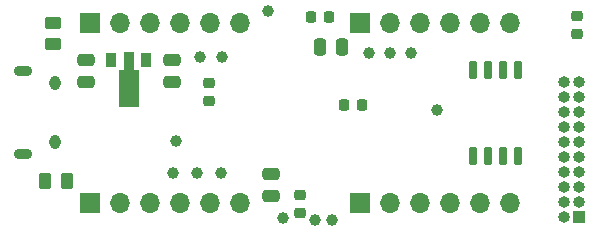
<source format=gbr>
%TF.GenerationSoftware,KiCad,Pcbnew,(7.0.0)*%
%TF.CreationDate,2023-04-02T12:15:28-04:00*%
%TF.ProjectId,H503,48353033-2e6b-4696-9361-645f70636258,rev?*%
%TF.SameCoordinates,Original*%
%TF.FileFunction,Soldermask,Bot*%
%TF.FilePolarity,Negative*%
%FSLAX46Y46*%
G04 Gerber Fmt 4.6, Leading zero omitted, Abs format (unit mm)*
G04 Created by KiCad (PCBNEW (7.0.0)) date 2023-04-02 12:15:28*
%MOMM*%
%LPD*%
G01*
G04 APERTURE LIST*
G04 Aperture macros list*
%AMRoundRect*
0 Rectangle with rounded corners*
0 $1 Rounding radius*
0 $2 $3 $4 $5 $6 $7 $8 $9 X,Y pos of 4 corners*
0 Add a 4 corners polygon primitive as box body*
4,1,4,$2,$3,$4,$5,$6,$7,$8,$9,$2,$3,0*
0 Add four circle primitives for the rounded corners*
1,1,$1+$1,$2,$3*
1,1,$1+$1,$4,$5*
1,1,$1+$1,$6,$7*
1,1,$1+$1,$8,$9*
0 Add four rect primitives between the rounded corners*
20,1,$1+$1,$2,$3,$4,$5,0*
20,1,$1+$1,$4,$5,$6,$7,0*
20,1,$1+$1,$6,$7,$8,$9,0*
20,1,$1+$1,$8,$9,$2,$3,0*%
%AMFreePoly0*
4,1,9,3.862500,-0.866500,0.737500,-0.866500,0.737500,-0.450000,-0.737500,-0.450000,-0.737500,0.450000,0.737500,0.450000,0.737500,0.866500,3.862500,0.866500,3.862500,-0.866500,3.862500,-0.866500,$1*%
G04 Aperture macros list end*
%ADD10R,1.700000X1.700000*%
%ADD11O,1.700000X1.700000*%
%ADD12C,1.000000*%
%ADD13R,1.000000X1.000000*%
%ADD14O,1.000000X1.000000*%
%ADD15O,1.550000X0.890000*%
%ADD16O,0.950000X1.250000*%
%ADD17RoundRect,0.225000X-0.225000X-0.250000X0.225000X-0.250000X0.225000X0.250000X-0.225000X0.250000X0*%
%ADD18RoundRect,0.225000X0.250000X-0.225000X0.250000X0.225000X-0.250000X0.225000X-0.250000X-0.225000X0*%
%ADD19RoundRect,0.250000X-0.262500X-0.450000X0.262500X-0.450000X0.262500X0.450000X-0.262500X0.450000X0*%
%ADD20RoundRect,0.225000X-0.250000X0.225000X-0.250000X-0.225000X0.250000X-0.225000X0.250000X0.225000X0*%
%ADD21RoundRect,0.250000X-0.475000X0.250000X-0.475000X-0.250000X0.475000X-0.250000X0.475000X0.250000X0*%
%ADD22R,0.900000X1.300000*%
%ADD23FreePoly0,270.000000*%
%ADD24RoundRect,0.150000X-0.150000X0.650000X-0.150000X-0.650000X0.150000X-0.650000X0.150000X0.650000X0*%
%ADD25RoundRect,0.250000X0.250000X0.475000X-0.250000X0.475000X-0.250000X-0.475000X0.250000X-0.475000X0*%
%ADD26RoundRect,0.250000X-0.450000X0.262500X-0.450000X-0.262500X0.450000X-0.262500X0.450000X0.262500X0*%
G04 APERTURE END LIST*
D10*
%TO.C,J2*%
X96519999Y-63499999D03*
D11*
X99059999Y-63499999D03*
X101599999Y-63499999D03*
X104139999Y-63499999D03*
X106679999Y-63499999D03*
X109219999Y-63499999D03*
%TD*%
D12*
%TO.C,TP3*%
X83007200Y-51181000D03*
%TD*%
D13*
%TO.C,J3*%
X115061999Y-64693799D03*
D14*
X113791999Y-64693799D03*
X115061999Y-63423799D03*
X113791999Y-63423799D03*
X115061999Y-62153799D03*
X113791999Y-62153799D03*
X115061999Y-60883799D03*
X113791999Y-60883799D03*
X115061999Y-59613799D03*
X113791999Y-59613799D03*
X115061999Y-58343799D03*
X113791999Y-58343799D03*
X115061999Y-57073799D03*
X113791999Y-57073799D03*
X115061999Y-55803799D03*
X113791999Y-55803799D03*
X115061999Y-54533799D03*
X113791999Y-54533799D03*
X115061999Y-53263799D03*
X113791999Y-53263799D03*
%TD*%
D10*
%TO.C,J1*%
X73659999Y-63499999D03*
D11*
X76199999Y-63499999D03*
X78739999Y-63499999D03*
X81279999Y-63499999D03*
X83819999Y-63499999D03*
X86359999Y-63499999D03*
%TD*%
D12*
%TO.C,TP7*%
X89992200Y-64770000D03*
%TD*%
%TO.C,TP14*%
X88722200Y-47244000D03*
%TD*%
%TO.C,TP9*%
X94157800Y-64922400D03*
%TD*%
D15*
%TO.C,J4*%
X68041999Y-52339999D03*
D16*
X70741999Y-53339999D03*
X70741999Y-58339999D03*
D15*
X68041999Y-59339999D03*
%TD*%
D12*
%TO.C,TP6*%
X82702400Y-60960000D03*
%TD*%
D10*
%TO.C,J6*%
X96519999Y-48259999D03*
D11*
X99059999Y-48259999D03*
X101599999Y-48259999D03*
X104139999Y-48259999D03*
X106679999Y-48259999D03*
X109219999Y-48259999D03*
%TD*%
D10*
%TO.C,J5*%
X73659999Y-48259999D03*
D11*
X76199999Y-48259999D03*
X78739999Y-48259999D03*
X81279999Y-48259999D03*
X83819999Y-48259999D03*
X86359999Y-48259999D03*
%TD*%
D12*
%TO.C,TP11*%
X100838000Y-50800000D03*
%TD*%
%TO.C,TP5*%
X80695800Y-60960000D03*
%TD*%
%TO.C,TP8*%
X92760800Y-64922400D03*
%TD*%
%TO.C,TP12*%
X99060000Y-50800000D03*
%TD*%
%TO.C,TP4*%
X84886800Y-51181000D03*
%TD*%
%TO.C,TP1*%
X103047800Y-55676800D03*
%TD*%
%TO.C,TP13*%
X84759800Y-60960000D03*
%TD*%
%TO.C,TP2*%
X97282000Y-50800000D03*
%TD*%
%TO.C,TP10*%
X80975200Y-58293000D03*
%TD*%
D17*
%TO.C,C10*%
X92392200Y-47777400D03*
X93942200Y-47777400D03*
%TD*%
D18*
%TO.C,C14*%
X83718400Y-54902400D03*
X83718400Y-53352400D03*
%TD*%
D19*
%TO.C,R1*%
X69877300Y-61645800D03*
X71702300Y-61645800D03*
%TD*%
D20*
%TO.C,C1*%
X114909600Y-47688200D03*
X114909600Y-49238200D03*
%TD*%
D17*
%TO.C,C9*%
X95185000Y-55180000D03*
X96735000Y-55180000D03*
%TD*%
D21*
%TO.C,C6*%
X80580000Y-51390000D03*
X80580000Y-53290000D03*
%TD*%
D22*
%TO.C,U1*%
X75449999Y-51389999D03*
D23*
X76950000Y-51477500D03*
D22*
X78449999Y-51389999D03*
%TD*%
D24*
%TO.C,U3*%
X106095000Y-52300000D03*
X107365000Y-52300000D03*
X108635000Y-52300000D03*
X109905000Y-52300000D03*
X109905000Y-59500000D03*
X108635000Y-59500000D03*
X107365000Y-59500000D03*
X106095000Y-59500000D03*
%TD*%
D25*
%TO.C,C11*%
X95016400Y-50342800D03*
X93116400Y-50342800D03*
%TD*%
D20*
%TO.C,C8*%
X91440000Y-62852000D03*
X91440000Y-64402000D03*
%TD*%
D26*
%TO.C,R9*%
X70535800Y-48261900D03*
X70535800Y-50086900D03*
%TD*%
D21*
%TO.C,C12*%
X89001600Y-61026000D03*
X89001600Y-62926000D03*
%TD*%
%TO.C,C3*%
X73320000Y-51390000D03*
X73320000Y-53290000D03*
%TD*%
M02*

</source>
